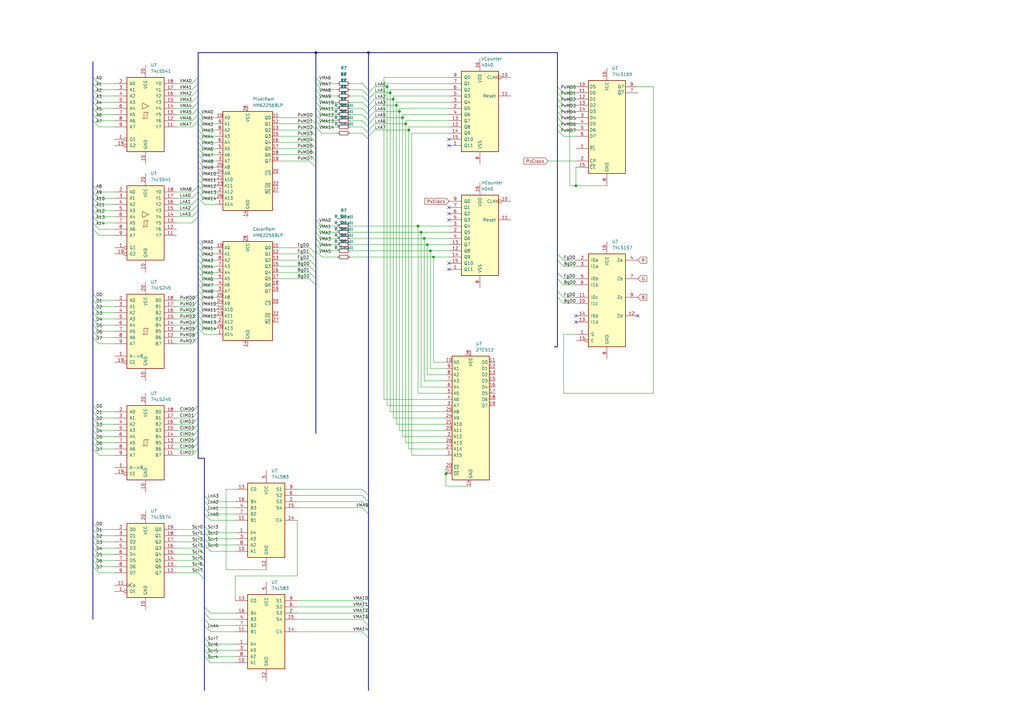
<source format=kicad_sch>
(kicad_sch (version 20211123) (generator eeschema)
  (paper "A3")
  (junction (at 176.53 102.87))
  (junction (at 236.22 76.2))
  (junction (at 166.37 50.8))
  (junction (at 129.54 21.59))
  (junction (at 182.88 194.31))
  (junction (at 165.1 48.26))
  (junction (at 171.45 92.71))
  (junction (at 172.72 95.25))
  (junction (at 158.75 35.56))
  (junction (at 160.02 38.1))
  (junction (at 167.64 53.34))
  (junction (at 151.13 21.59))
  (junction (at 163.83 45.72))
  (junction (at 173.99 97.79))
  (junction (at 175.26 100.33))
  (junction (at 161.29 40.64))
  (junction (at 177.8 105.41))
  (junction (at 162.56 43.18))
  (no_connect (at 184.15 85.09))
  (no_connect (at 184.15 87.63))
  (no_connect (at 184.15 107.95))
  (no_connect (at 184.15 59.69))
  (no_connect (at 184.15 90.17))
  (no_connect (at 236.22 132.08))
  (no_connect (at 261.62 129.54))
  (no_connect (at 236.22 129.54))
  (no_connect (at 184.15 57.15))
  (no_connect (at 184.15 110.49))
  (bus_entry (at 148.59 52.07) (size 2.54 2.54))
  (bus_entry (at 81.28 45.72) (size 2.54 2.54))
  (bus_entry (at 127 66.04) (size 2.54 2.54))
  (bus_entry (at 38.1 130.81) (size 2.54 2.54))
  (bus_entry (at 81.28 134.62) (size 2.54 2.54))
  (bus_entry (at 81.28 114.3) (size 2.54 2.54))
  (bus_entry (at 129.54 34.29) (size 2.54 2.54))
  (bus_entry (at 81.28 219.71) (size 2.54 2.54))
  (bus_entry (at 81.28 119.38) (size 2.54 2.54))
  (bus_entry (at 127 63.5) (size 2.54 2.54))
  (bus_entry (at 129.54 41.91) (size 2.54 2.54))
  (bus_entry (at 83.82 248.92) (size 2.54 2.54))
  (bus_entry (at 148.59 254) (size 2.54 2.54))
  (bus_entry (at 127 106.68) (size 2.54 2.54))
  (bus_entry (at 78.74 181.61) (size 2.54 -2.54))
  (bus_entry (at 129.54 95.25) (size 2.54 2.54))
  (bus_entry (at 81.28 224.79) (size 2.54 2.54))
  (bus_entry (at 81.28 232.41) (size 2.54 2.54))
  (bus_entry (at 228.6 114.3) (size 2.54 2.54))
  (bus_entry (at 148.59 41.91) (size 2.54 2.54))
  (bus_entry (at 38.1 176.53) (size 2.54 2.54))
  (bus_entry (at 151.13 53.34) (size 2.54 -2.54))
  (bus_entry (at 83.82 256.54) (size 2.54 2.54))
  (bus_entry (at 148.59 49.53) (size 2.54 2.54))
  (bus_entry (at 81.28 111.76) (size 2.54 2.54))
  (bus_entry (at 81.28 55.88) (size 2.54 2.54))
  (bus_entry (at 78.74 88.9) (size 2.54 -2.54))
  (bus_entry (at 148.59 46.99) (size 2.54 2.54))
  (bus_entry (at 228.6 119.38) (size 2.54 2.54))
  (bus_entry (at 81.28 50.8) (size 2.54 2.54))
  (bus_entry (at 38.1 171.45) (size 2.54 2.54))
  (bus_entry (at 81.28 106.68) (size 2.54 2.54))
  (bus_entry (at 151.13 45.72) (size 2.54 -2.54))
  (bus_entry (at 83.82 264.16) (size 2.54 2.54))
  (bus_entry (at 148.59 259.08) (size 2.54 2.54))
  (bus_entry (at 129.54 44.45) (size 2.54 2.54))
  (bus_entry (at 38.1 91.44) (size 2.54 2.54))
  (bus_entry (at 148.59 248.92) (size 2.54 2.54))
  (bus_entry (at 38.1 133.35) (size 2.54 2.54))
  (bus_entry (at 81.28 222.25) (size 2.54 2.54))
  (bus_entry (at 129.54 102.87) (size 2.54 2.54))
  (bus_entry (at 38.1 166.37) (size 2.54 2.54))
  (bus_entry (at 129.54 100.33) (size 2.54 2.54))
  (bus_entry (at 81.28 66.04) (size 2.54 2.54))
  (bus_entry (at 228.6 35.56) (size 2.54 2.54))
  (bus_entry (at 38.1 128.27) (size 2.54 2.54))
  (bus_entry (at 81.28 71.12) (size 2.54 2.54))
  (bus_entry (at 81.28 48.26) (size 2.54 2.54))
  (bus_entry (at 81.28 78.74) (size 2.54 2.54))
  (bus_entry (at 228.6 121.92) (size 2.54 2.54))
  (bus_entry (at 83.82 210.82) (size 2.54 2.54))
  (bus_entry (at 81.28 53.34) (size 2.54 2.54))
  (bus_entry (at 38.1 81.28) (size 2.54 2.54))
  (bus_entry (at 78.74 171.45) (size 2.54 -2.54))
  (bus_entry (at 151.13 40.64) (size 2.54 -2.54))
  (bus_entry (at 127 50.8) (size 2.54 2.54))
  (bus_entry (at 151.13 48.26) (size 2.54 -2.54))
  (bus_entry (at 38.1 46.99) (size 2.54 2.54))
  (bus_entry (at 83.82 218.44) (size 2.54 2.54))
  (bus_entry (at 127 60.96) (size 2.54 2.54))
  (bus_entry (at 228.6 53.34) (size 2.54 2.54))
  (bus_entry (at 83.82 266.7) (size 2.54 2.54))
  (bus_entry (at 228.6 48.26) (size 2.54 2.54))
  (bus_entry (at 78.74 179.07) (size 2.54 -2.54))
  (bus_entry (at 148.59 200.66) (size 2.54 2.54))
  (bus_entry (at 38.1 44.45) (size 2.54 2.54))
  (bus_entry (at 38.1 120.65) (size 2.54 2.54))
  (bus_entry (at 228.6 45.72) (size 2.54 2.54))
  (bus_entry (at 78.74 176.53) (size 2.54 -2.54))
  (bus_entry (at 127 58.42) (size 2.54 2.54))
  (bus_entry (at 129.54 92.71) (size 2.54 2.54))
  (bus_entry (at 38.1 34.29) (size 2.54 2.54))
  (bus_entry (at 228.6 43.18) (size 2.54 2.54))
  (bus_entry (at 228.6 111.76) (size 2.54 2.54))
  (bus_entry (at 38.1 219.71) (size 2.54 2.54))
  (bus_entry (at 148.59 251.46) (size 2.54 2.54))
  (bus_entry (at 38.1 31.75) (size 2.54 2.54))
  (bus_entry (at 38.1 224.79) (size 2.54 2.54))
  (bus_entry (at 38.1 88.9) (size 2.54 2.54))
  (bus_entry (at 81.28 81.28) (size 2.54 2.54))
  (bus_entry (at 38.1 217.17) (size 2.54 2.54))
  (bus_entry (at 78.74 41.91) (size 2.54 -2.54))
  (bus_entry (at 83.82 223.52) (size 2.54 2.54))
  (bus_entry (at 151.13 43.18) (size 2.54 -2.54))
  (bus_entry (at 38.1 125.73) (size 2.54 2.54))
  (bus_entry (at 38.1 173.99) (size 2.54 2.54))
  (bus_entry (at 127 48.26) (size 2.54 2.54))
  (bus_entry (at 151.13 55.88) (size 2.54 -2.54))
  (bus_entry (at 78.74 138.43) (size 2.54 -2.54))
  (bus_entry (at 38.1 138.43) (size 2.54 2.54))
  (bus_entry (at 38.1 229.87) (size 2.54 2.54))
  (bus_entry (at 38.1 135.89) (size 2.54 2.54))
  (bus_entry (at 129.54 97.79) (size 2.54 2.54))
  (bus_entry (at 228.6 104.14) (size 2.54 2.54))
  (bus_entry (at 78.74 91.44) (size 2.54 -2.54))
  (bus_entry (at 78.74 49.53) (size 2.54 -2.54))
  (bus_entry (at 148.59 36.83) (size 2.54 2.54))
  (bus_entry (at 81.28 229.87) (size 2.54 2.54))
  (bus_entry (at 81.28 109.22) (size 2.54 2.54))
  (bus_entry (at 148.59 39.37) (size 2.54 2.54))
  (bus_entry (at 81.28 127) (size 2.54 2.54))
  (bus_entry (at 78.74 184.15) (size 2.54 -2.54))
  (bus_entry (at 129.54 49.53) (size 2.54 2.54))
  (bus_entry (at 228.6 40.64) (size 2.54 2.54))
  (bus_entry (at 81.28 99.06) (size 2.54 2.54))
  (bus_entry (at 83.82 208.28) (size 2.54 2.54))
  (bus_entry (at 78.74 128.27) (size 2.54 -2.54))
  (bus_entry (at 38.1 222.25) (size 2.54 2.54))
  (bus_entry (at 151.13 50.8) (size 2.54 -2.54))
  (bus_entry (at 78.74 36.83) (size 2.54 -2.54))
  (bus_entry (at 83.82 261.62) (size 2.54 2.54))
  (bus_entry (at 78.74 125.73) (size 2.54 -2.54))
  (bus_entry (at 38.1 123.19) (size 2.54 2.54))
  (bus_entry (at 148.59 208.28) (size 2.54 2.54))
  (bus_entry (at 81.28 227.33) (size 2.54 2.54))
  (bus_entry (at 148.59 54.61) (size 2.54 2.54))
  (bus_entry (at 83.82 251.46) (size 2.54 2.54))
  (bus_entry (at 81.28 60.96) (size 2.54 2.54))
  (bus_entry (at 78.74 140.97) (size 2.54 -2.54))
  (bus_entry (at 38.1 78.74) (size 2.54 2.54))
  (bus_entry (at 78.74 39.37) (size 2.54 -2.54))
  (bus_entry (at 38.1 181.61) (size 2.54 2.54))
  (bus_entry (at 148.59 246.38) (size 2.54 2.54))
  (bus_entry (at 81.28 129.54) (size 2.54 2.54))
  (bus_entry (at 78.74 52.07) (size 2.54 -2.54))
  (bus_entry (at 38.1 179.07) (size 2.54 2.54))
  (bus_entry (at 78.74 34.29) (size 2.54 -2.54))
  (bus_entry (at 38.1 232.41) (size 2.54 2.54))
  (bus_entry (at 81.28 132.08) (size 2.54 2.54))
  (bus_entry (at 38.1 36.83) (size 2.54 2.54))
  (bus_entry (at 38.1 76.2) (size 2.54 2.54))
  (bus_entry (at 83.82 215.9) (size 2.54 2.54))
  (bus_entry (at 78.74 186.69) (size 2.54 -2.54))
  (bus_entry (at 81.28 63.5) (size 2.54 2.54))
  (bus_entry (at 148.59 34.29) (size 2.54 2.54))
  (bus_entry (at 38.1 39.37) (size 2.54 2.54))
  (bus_entry (at 129.54 36.83) (size 2.54 2.54))
  (bus_entry (at 127 109.22) (size 2.54 2.54))
  (bus_entry (at 127 55.88) (size 2.54 2.54))
  (bus_entry (at 81.28 217.17) (size 2.54 2.54))
  (bus_entry (at 129.54 31.75) (size 2.54 2.54))
  (bus_entry (at 78.74 133.35) (size 2.54 -2.54))
  (bus_entry (at 38.1 168.91) (size 2.54 2.54))
  (bus_entry (at 127 101.6) (size 2.54 2.54))
  (bus_entry (at 81.28 58.42) (size 2.54 2.54))
  (bus_entry (at 228.6 38.1) (size 2.54 2.54))
  (bus_entry (at 148.59 203.2) (size 2.54 2.54))
  (bus_entry (at 78.74 78.74) (size 2.54 -2.54))
  (bus_entry (at 81.28 68.58) (size 2.54 2.54))
  (bus_entry (at 129.54 90.17) (size 2.54 2.54))
  (bus_entry (at 81.28 73.66) (size 2.54 2.54))
  (bus_entry (at 78.74 46.99) (size 2.54 -2.54))
  (bus_entry (at 129.54 39.37) (size 2.54 2.54))
  (bus_entry (at 148.59 205.74) (size 2.54 2.54))
  (bus_entry (at 78.74 83.82) (size 2.54 -2.54))
  (bus_entry (at 81.28 104.14) (size 2.54 2.54))
  (bus_entry (at 81.28 121.92) (size 2.54 2.54))
  (bus_entry (at 228.6 50.8) (size 2.54 2.54))
  (bus_entry (at 38.1 86.36) (size 2.54 2.54))
  (bus_entry (at 38.1 184.15) (size 2.54 2.54))
  (bus_entry (at 81.28 116.84) (size 2.54 2.54))
  (bus_entry (at 83.82 220.98) (size 2.54 2.54))
  (bus_entry (at 148.59 44.45) (size 2.54 2.54))
  (bus_entry (at 38.1 83.82) (size 2.54 2.54))
  (bus_entry (at 78.74 135.89) (size 2.54 -2.54))
  (bus_entry (at 78.74 130.81) (size 2.54 -2.54))
  (bus_entry (at 127 53.34) (size 2.54 2.54))
  (bus_entry (at 38.1 49.53) (size 2.54 2.54))
  (bus_entry (at 129.54 46.99) (size 2.54 2.54))
  (bus_entry (at 83.82 254) (size 2.54 2.54))
  (bus_entry (at 129.54 52.07) (size 2.54 2.54))
  (bus_entry (at 81.28 76.2) (size 2.54 2.54))
  (bus_entry (at 78.74 173.99) (size 2.54 -2.54))
  (bus_entry (at 83.82 269.24) (size 2.54 2.54))
  (bus_entry (at 228.6 106.68) (size 2.54 2.54))
  (bus_entry (at 38.1 227.33) (size 2.54 2.54))
  (bus_entry (at 127 104.14) (size 2.54 2.54))
  (bus_entry (at 151.13 38.1) (size 2.54 -2.54))
  (bus_entry (at 81.28 234.95) (size 2.54 2.54))
  (bus_entry (at 78.74 86.36) (size 2.54 -2.54))
  (bus_entry (at 78.74 81.28) (size 2.54 -2.54))
  (bus_entry (at 81.28 101.6) (size 2.54 2.54))
  (bus_entry (at 78.74 44.45) (size 2.54 -2.54))
  (bus_entry (at 83.82 205.74) (size 2.54 2.54))
  (bus_entry (at 38.1 93.98) (size 2.54 2.54))
  (bus_entry (at 38.1 214.63) (size 2.54 2.54))
  (bus_entry (at 38.1 41.91) (size 2.54 2.54))
  (bus_entry (at 127 114.3) (size 2.54 2.54))
  (bus_entry (at 83.82 203.2) (size 2.54 2.54))
  (bus_entry (at 78.74 123.19) (size 2.54 -2.54))
  (bus_entry (at 78.74 168.91) (size 2.54 -2.54))
  (bus_entry (at 81.28 124.46) (size 2.54 2.54))
  (bus_entry (at 127 111.76) (size 2.54 2.54))
  (bus (pts (xy 38.1 171.45) (xy 38.1 173.99)))
  (wire (pts (xy 83.82 55.88) (xy 88.9 55.88)))
  (wire (pts (xy 96.52 200.66) (xy 92.71 200.66)))
  (bus (pts (xy 228.6 119.38) (xy 228.6 121.92)))
  (wire (pts (xy 72.39 232.41) (xy 81.28 232.41)))
  (bus (pts (xy 81.28 21.59) (xy 129.54 21.59)))
  (wire (pts (xy 40.64 96.52) (xy 46.99 96.52)))
  (wire (pts (xy 40.64 123.19) (xy 46.99 123.19)))
  (wire (pts (xy 72.39 34.29) (xy 78.74 34.29)))
  (bus (pts (xy 129.54 63.5) (xy 129.54 66.04)))
  (bus (pts (xy 81.28 130.81) (xy 81.28 129.54)))
  (wire (pts (xy 72.39 46.99) (xy 78.74 46.99)))
  (wire (pts (xy 143.51 95.25) (xy 172.72 95.25)))
  (bus (pts (xy 38.1 173.99) (xy 38.1 176.53)))
  (wire (pts (xy 157.48 31.75) (xy 157.48 163.83)))
  (wire (pts (xy 166.37 181.61) (xy 182.88 181.61)))
  (wire (pts (xy 160.02 36.83) (xy 184.15 36.83)))
  (bus (pts (xy 83.82 227.33) (xy 83.82 229.87)))
  (wire (pts (xy 72.39 83.82) (xy 78.74 83.82)))
  (bus (pts (xy 81.28 55.88) (xy 81.28 58.42)))
  (wire (pts (xy 132.08 41.91) (xy 138.43 41.91)))
  (bus (pts (xy 81.28 138.43) (xy 81.28 135.89)))
  (wire (pts (xy 143.51 92.71) (xy 171.45 92.71)))
  (bus (pts (xy 38.1 135.89) (xy 38.1 138.43)))
  (bus (pts (xy 81.28 68.58) (xy 81.28 66.04)))
  (wire (pts (xy 231.14 40.64) (xy 236.22 40.64)))
  (wire (pts (xy 160.02 168.91) (xy 182.88 168.91)))
  (wire (pts (xy 72.39 39.37) (xy 78.74 39.37)))
  (bus (pts (xy 151.13 39.37) (xy 151.13 40.64)))
  (bus (pts (xy 38.1 120.65) (xy 38.1 123.19)))
  (wire (pts (xy 163.83 44.45) (xy 184.15 44.45)))
  (wire (pts (xy 83.82 53.34) (xy 88.9 53.34)))
  (bus (pts (xy 129.54 34.29) (xy 129.54 36.83)))
  (wire (pts (xy 114.3 104.14) (xy 127 104.14)))
  (bus (pts (xy 151.13 49.53) (xy 151.13 50.8)))
  (wire (pts (xy 40.64 173.99) (xy 46.99 173.99)))
  (bus (pts (xy 81.28 88.9) (xy 81.28 99.06)))
  (wire (pts (xy 83.82 71.12) (xy 88.9 71.12)))
  (bus (pts (xy 81.28 21.59) (xy 81.28 31.75)))
  (bus (pts (xy 228.6 121.92) (xy 228.6 142.24)))
  (bus (pts (xy 81.28 81.28) (xy 81.28 78.74)))
  (bus (pts (xy 81.28 124.46) (xy 81.28 123.19)))
  (wire (pts (xy 40.64 227.33) (xy 46.99 227.33)))
  (bus (pts (xy 81.28 125.73) (xy 81.28 124.46)))
  (wire (pts (xy 40.64 176.53) (xy 46.99 176.53)))
  (bus (pts (xy 151.13 38.1) (xy 151.13 39.37)))
  (wire (pts (xy 182.88 194.31) (xy 182.88 191.77)))
  (bus (pts (xy 38.1 88.9) (xy 38.1 91.44)))
  (wire (pts (xy 83.82 109.22) (xy 88.9 109.22)))
  (wire (pts (xy 83.82 137.16) (xy 88.9 137.16)))
  (wire (pts (xy 86.36 218.44) (xy 96.52 218.44)))
  (wire (pts (xy 143.51 97.79) (xy 173.99 97.79)))
  (bus (pts (xy 83.82 264.16) (xy 83.82 266.7)))
  (bus (pts (xy 38.1 133.35) (xy 38.1 135.89)))
  (wire (pts (xy 166.37 49.53) (xy 184.15 49.53)))
  (wire (pts (xy 143.51 49.53) (xy 148.59 49.53)))
  (bus (pts (xy 151.13 54.61) (xy 151.13 55.88)))
  (bus (pts (xy 151.13 21.59) (xy 151.13 36.83)))
  (bus (pts (xy 38.1 44.45) (xy 38.1 46.99)))
  (bus (pts (xy 151.13 254) (xy 151.13 256.54)))
  (wire (pts (xy 236.22 35.56) (xy 233.68 35.56)))
  (wire (pts (xy 83.82 76.2) (xy 88.9 76.2)))
  (bus (pts (xy 129.54 58.42) (xy 129.54 60.96)))
  (bus (pts (xy 83.82 256.54) (xy 83.82 261.62)))
  (bus (pts (xy 81.28 71.12) (xy 81.28 68.58)))
  (wire (pts (xy 184.15 31.75) (xy 157.48 31.75)))
  (wire (pts (xy 72.39 234.95) (xy 81.28 234.95)))
  (bus (pts (xy 228.6 45.72) (xy 228.6 48.26)))
  (wire (pts (xy 72.39 88.9) (xy 78.74 88.9)))
  (wire (pts (xy 157.48 163.83) (xy 182.88 163.83)))
  (bus (pts (xy 129.54 90.17) (xy 129.54 92.71)))
  (wire (pts (xy 224.79 66.04) (xy 236.22 66.04)))
  (wire (pts (xy 160.02 38.1) (xy 160.02 168.91)))
  (bus (pts (xy 81.28 173.99) (xy 81.28 176.53)))
  (wire (pts (xy 143.51 102.87) (xy 176.53 102.87)))
  (wire (pts (xy 158.75 34.29) (xy 184.15 34.29)))
  (bus (pts (xy 81.28 45.72) (xy 81.28 44.45)))
  (bus (pts (xy 228.6 114.3) (xy 228.6 119.38)))
  (bus (pts (xy 151.13 36.83) (xy 151.13 38.1)))
  (bus (pts (xy 129.54 109.22) (xy 129.54 111.76)))
  (wire (pts (xy 173.99 156.21) (xy 182.88 156.21)))
  (wire (pts (xy 132.08 102.87) (xy 138.43 102.87)))
  (bus (pts (xy 129.54 52.07) (xy 129.54 53.34)))
  (bus (pts (xy 151.13 57.15) (xy 151.13 203.2)))
  (wire (pts (xy 114.3 55.88) (xy 127 55.88)))
  (bus (pts (xy 38.1 130.81) (xy 38.1 133.35)))
  (wire (pts (xy 143.51 39.37) (xy 148.59 39.37)))
  (wire (pts (xy 168.91 54.61) (xy 168.91 186.69)))
  (wire (pts (xy 72.39 181.61) (xy 78.74 181.61)))
  (wire (pts (xy 121.92 203.2) (xy 148.59 203.2)))
  (wire (pts (xy 173.99 97.79) (xy 184.15 97.79)))
  (wire (pts (xy 86.36 264.16) (xy 96.52 264.16)))
  (wire (pts (xy 83.82 111.76) (xy 88.9 111.76)))
  (wire (pts (xy 40.64 229.87) (xy 46.99 229.87)))
  (wire (pts (xy 132.08 39.37) (xy 138.43 39.37)))
  (bus (pts (xy 38.1 25.4) (xy 38.1 31.75)))
  (wire (pts (xy 72.39 123.19) (xy 78.74 123.19)))
  (bus (pts (xy 129.54 55.88) (xy 129.54 58.42)))
  (wire (pts (xy 40.64 168.91) (xy 46.99 168.91)))
  (wire (pts (xy 231.14 53.34) (xy 236.22 53.34)))
  (wire (pts (xy 166.37 50.8) (xy 166.37 181.61)))
  (bus (pts (xy 228.6 111.76) (xy 228.6 114.3)))
  (wire (pts (xy 40.64 44.45) (xy 46.99 44.45)))
  (wire (pts (xy 236.22 76.2) (xy 236.22 68.58)))
  (wire (pts (xy 172.72 158.75) (xy 182.88 158.75)))
  (bus (pts (xy 38.1 31.75) (xy 38.1 34.29)))
  (wire (pts (xy 168.91 54.61) (xy 184.15 54.61)))
  (wire (pts (xy 83.82 68.58) (xy 88.9 68.58)))
  (wire (pts (xy 175.26 153.67) (xy 182.88 153.67)))
  (bus (pts (xy 81.28 116.84) (xy 81.28 119.38)))
  (bus (pts (xy 151.13 43.18) (xy 151.13 44.45)))
  (bus (pts (xy 129.54 104.14) (xy 129.54 106.68)))
  (wire (pts (xy 167.64 184.15) (xy 182.88 184.15)))
  (bus (pts (xy 228.6 21.59) (xy 228.6 35.56)))
  (bus (pts (xy 81.28 127) (xy 81.28 125.73)))
  (wire (pts (xy 121.92 251.46) (xy 148.59 251.46)))
  (bus (pts (xy 38.1 93.98) (xy 38.1 120.65)))
  (bus (pts (xy 228.6 43.18) (xy 228.6 45.72)))
  (wire (pts (xy 173.99 97.79) (xy 173.99 156.21)))
  (wire (pts (xy 143.51 105.41) (xy 177.8 105.41)))
  (wire (pts (xy 83.82 127) (xy 88.9 127)))
  (bus (pts (xy 81.28 123.19) (xy 81.28 121.92)))
  (bus (pts (xy 83.82 229.87) (xy 83.82 232.41)))
  (bus (pts (xy 228.6 40.64) (xy 228.6 43.18)))
  (wire (pts (xy 267.97 161.29) (xy 267.97 35.56)))
  (bus (pts (xy 83.82 234.95) (xy 83.82 237.49)))
  (wire (pts (xy 158.75 166.37) (xy 182.88 166.37)))
  (wire (pts (xy 72.39 171.45) (xy 78.74 171.45)))
  (wire (pts (xy 153.67 53.34) (xy 167.64 53.34)))
  (wire (pts (xy 231.14 48.26) (xy 236.22 48.26)))
  (wire (pts (xy 40.64 36.83) (xy 46.99 36.83)))
  (wire (pts (xy 161.29 171.45) (xy 182.88 171.45)))
  (wire (pts (xy 176.53 102.87) (xy 184.15 102.87)))
  (wire (pts (xy 177.8 105.41) (xy 184.15 105.41)))
  (wire (pts (xy 165.1 179.07) (xy 182.88 179.07)))
  (bus (pts (xy 38.1 168.91) (xy 38.1 171.45)))
  (wire (pts (xy 72.39 52.07) (xy 78.74 52.07)))
  (wire (pts (xy 160.02 38.1) (xy 160.02 36.83)))
  (wire (pts (xy 72.39 138.43) (xy 78.74 138.43)))
  (bus (pts (xy 81.28 86.36) (xy 81.28 83.82)))
  (wire (pts (xy 83.82 50.8) (xy 88.9 50.8)))
  (wire (pts (xy 153.67 50.8) (xy 166.37 50.8)))
  (bus (pts (xy 151.13 50.8) (xy 151.13 52.07)))
  (bus (pts (xy 83.82 269.24) (xy 83.82 283.21)))
  (wire (pts (xy 72.39 36.83) (xy 78.74 36.83)))
  (wire (pts (xy 231.14 124.46) (xy 236.22 124.46)))
  (bus (pts (xy 81.28 179.07) (xy 81.28 181.61)))
  (wire (pts (xy 121.92 200.66) (xy 148.59 200.66)))
  (bus (pts (xy 83.82 205.74) (xy 83.82 208.28)))
  (wire (pts (xy 83.82 121.92) (xy 88.9 121.92)))
  (bus (pts (xy 38.1 214.63) (xy 38.1 217.17)))
  (wire (pts (xy 72.39 44.45) (xy 78.74 44.45)))
  (wire (pts (xy 231.14 109.22) (xy 236.22 109.22)))
  (wire (pts (xy 167.64 53.34) (xy 167.64 184.15)))
  (wire (pts (xy 233.68 76.2) (xy 236.22 76.2)))
  (wire (pts (xy 72.39 86.36) (xy 78.74 86.36)))
  (bus (pts (xy 151.13 44.45) (xy 151.13 45.72)))
  (bus (pts (xy 129.54 46.99) (xy 129.54 49.53)))
  (wire (pts (xy 40.64 133.35) (xy 46.99 133.35)))
  (wire (pts (xy 86.36 259.08) (xy 96.52 259.08)))
  (bus (pts (xy 81.28 63.5) (xy 81.28 66.04)))
  (bus (pts (xy 81.28 53.34) (xy 81.28 55.88)))
  (bus (pts (xy 129.54 116.84) (xy 129.54 177.8)))
  (bus (pts (xy 81.28 88.9) (xy 81.28 86.36)))
  (bus (pts (xy 83.82 223.52) (xy 83.82 224.79)))
  (wire (pts (xy 86.36 220.98) (xy 96.52 220.98)))
  (wire (pts (xy 72.39 186.69) (xy 78.74 186.69)))
  (wire (pts (xy 121.92 205.74) (xy 148.59 205.74)))
  (wire (pts (xy 143.51 54.61) (xy 148.59 54.61)))
  (wire (pts (xy 121.92 213.36) (xy 121.92 236.22)))
  (bus (pts (xy 151.13 48.26) (xy 151.13 49.53)))
  (wire (pts (xy 167.64 52.07) (xy 167.64 53.34)))
  (wire (pts (xy 83.82 73.66) (xy 88.9 73.66)))
  (wire (pts (xy 193.04 199.39) (xy 182.88 199.39)))
  (wire (pts (xy 114.3 111.76) (xy 127 111.76)))
  (bus (pts (xy 38.1 229.87) (xy 38.1 232.41)))
  (bus (pts (xy 129.54 44.45) (xy 129.54 46.99)))
  (wire (pts (xy 153.67 40.64) (xy 161.29 40.64)))
  (wire (pts (xy 72.39 217.17) (xy 81.28 217.17)))
  (wire (pts (xy 158.75 34.29) (xy 158.75 35.56)))
  (bus (pts (xy 129.54 21.59) (xy 129.54 31.75)))
  (bus (pts (xy 83.82 254) (xy 83.82 256.54)))
  (wire (pts (xy 175.26 100.33) (xy 184.15 100.33)))
  (bus (pts (xy 151.13 210.82) (xy 151.13 248.92)))
  (bus (pts (xy 81.28 168.91) (xy 81.28 171.45)))
  (bus (pts (xy 129.54 106.68) (xy 129.54 109.22)))
  (wire (pts (xy 40.64 46.99) (xy 46.99 46.99)))
  (wire (pts (xy 132.08 54.61) (xy 138.43 54.61)))
  (wire (pts (xy 83.82 119.38) (xy 88.9 119.38)))
  (wire (pts (xy 177.8 148.59) (xy 182.88 148.59)))
  (wire (pts (xy 72.39 222.25) (xy 81.28 222.25)))
  (wire (pts (xy 72.39 140.97) (xy 78.74 140.97)))
  (bus (pts (xy 83.82 219.71) (xy 83.82 220.98)))
  (wire (pts (xy 231.14 116.84) (xy 236.22 116.84)))
  (wire (pts (xy 72.39 168.91) (xy 78.74 168.91)))
  (bus (pts (xy 81.28 181.61) (xy 81.28 184.15)))
  (bus (pts (xy 38.1 184.15) (xy 38.1 214.63)))
  (bus (pts (xy 81.28 114.3) (xy 81.28 116.84)))
  (bus (pts (xy 227.33 142.24) (xy 228.6 142.24)))
  (wire (pts (xy 72.39 41.91) (xy 78.74 41.91)))
  (bus (pts (xy 38.1 91.44) (xy 38.1 93.98)))
  (bus (pts (xy 83.82 232.41) (xy 83.82 234.95)))
  (bus (pts (xy 81.28 49.53) (xy 81.28 50.8)))
  (wire (pts (xy 114.3 53.34) (xy 127 53.34)))
  (wire (pts (xy 40.64 88.9) (xy 46.99 88.9)))
  (wire (pts (xy 231.14 121.92) (xy 236.22 121.92)))
  (bus (pts (xy 151.13 55.88) (xy 151.13 57.15)))
  (wire (pts (xy 83.82 58.42) (xy 88.9 58.42)))
  (wire (pts (xy 40.64 93.98) (xy 46.99 93.98)))
  (bus (pts (xy 151.13 46.99) (xy 151.13 48.26)))
  (bus (pts (xy 81.28 99.06) (xy 81.28 101.6)))
  (bus (pts (xy 228.6 48.26) (xy 228.6 50.8)))
  (wire (pts (xy 72.39 135.89) (xy 78.74 135.89)))
  (bus (pts (xy 228.6 106.68) (xy 228.6 111.76)))
  (wire (pts (xy 182.88 199.39) (xy 182.88 194.31)))
  (wire (pts (xy 83.82 129.54) (xy 88.9 129.54)))
  (wire (pts (xy 236.22 137.16) (xy 231.14 137.16)))
  (wire (pts (xy 162.56 173.99) (xy 182.88 173.99)))
  (wire (pts (xy 40.64 125.73) (xy 46.99 125.73)))
  (bus (pts (xy 228.6 53.34) (xy 228.6 104.14)))
  (wire (pts (xy 165.1 48.26) (xy 165.1 179.07)))
  (wire (pts (xy 231.14 161.29) (xy 267.97 161.29)))
  (wire (pts (xy 231.14 137.16) (xy 231.14 161.29)))
  (bus (pts (xy 38.1 224.79) (xy 38.1 227.33)))
  (bus (pts (xy 151.13 45.72) (xy 151.13 46.99)))
  (wire (pts (xy 161.29 39.37) (xy 161.29 40.64)))
  (wire (pts (xy 86.36 210.82) (xy 96.52 210.82)))
  (bus (pts (xy 83.82 224.79) (xy 83.82 227.33)))
  (wire (pts (xy 86.36 208.28) (xy 96.52 208.28)))
  (bus (pts (xy 129.54 95.25) (xy 129.54 97.79)))
  (bus (pts (xy 81.28 104.14) (xy 81.28 106.68)))
  (bus (pts (xy 129.54 31.75) (xy 129.54 34.29)))
  (wire (pts (xy 132.08 49.53) (xy 138.43 49.53)))
  (wire (pts (xy 114.3 58.42) (xy 127 58.42)))
  (bus (pts (xy 81.28 166.37) (xy 81.28 168.91)))
  (wire (pts (xy 161.29 40.64) (xy 161.29 171.45)))
  (wire (pts (xy 165.1 46.99) (xy 184.15 46.99)))
  (wire (pts (xy 72.39 224.79) (xy 81.28 224.79)))
  (bus (pts (xy 129.54 49.53) (xy 129.54 50.8)))
  (bus (pts (xy 129.54 41.91) (xy 129.54 44.45)))
  (wire (pts (xy 40.64 217.17) (xy 46.99 217.17)))
  (wire (pts (xy 83.82 63.5) (xy 88.9 63.5)))
  (wire (pts (xy 83.82 101.6) (xy 88.9 101.6)))
  (wire (pts (xy 40.64 128.27) (xy 46.99 128.27)))
  (wire (pts (xy 40.64 86.36) (xy 46.99 86.36)))
  (wire (pts (xy 72.39 229.87) (xy 81.28 229.87)))
  (wire (pts (xy 153.67 45.72) (xy 163.83 45.72)))
  (bus (pts (xy 38.1 41.91) (xy 38.1 44.45)))
  (wire (pts (xy 114.3 109.22) (xy 127 109.22)))
  (wire (pts (xy 231.14 50.8) (xy 236.22 50.8)))
  (wire (pts (xy 231.14 114.3) (xy 236.22 114.3)))
  (bus (pts (xy 83.82 222.25) (xy 83.82 223.52)))
  (wire (pts (xy 40.64 232.41) (xy 46.99 232.41)))
  (wire (pts (xy 132.08 52.07) (xy 138.43 52.07)))
  (wire (pts (xy 166.37 49.53) (xy 166.37 50.8)))
  (wire (pts (xy 92.71 233.68) (xy 109.22 233.68)))
  (wire (pts (xy 40.64 234.95) (xy 46.99 234.95)))
  (wire (pts (xy 132.08 95.25) (xy 138.43 95.25)))
  (wire (pts (xy 132.08 92.71) (xy 138.43 92.71)))
  (wire (pts (xy 72.39 176.53) (xy 78.74 176.53)))
  (wire (pts (xy 231.14 55.88) (xy 236.22 55.88)))
  (wire (pts (xy 96.52 236.22) (xy 96.52 246.38)))
  (bus (pts (xy 151.13 21.59) (xy 228.6 21.59)))
  (wire (pts (xy 40.64 41.91) (xy 46.99 41.91)))
  (bus (pts (xy 151.13 251.46) (xy 151.13 254)))
  (wire (pts (xy 114.3 63.5) (xy 127 63.5)))
  (bus (pts (xy 83.82 261.62) (xy 83.82 264.16)))
  (wire (pts (xy 40.64 81.28) (xy 46.99 81.28)))
  (wire (pts (xy 121.92 254) (xy 148.59 254)))
  (bus (pts (xy 38.1 34.29) (xy 38.1 36.83)))
  (wire (pts (xy 132.08 44.45) (xy 138.43 44.45)))
  (bus (pts (xy 38.1 181.61) (xy 38.1 184.15)))
  (bus (pts (xy 38.1 86.36) (xy 38.1 88.9)))
  (wire (pts (xy 114.3 114.3) (xy 127 114.3)))
  (bus (pts (xy 81.28 132.08) (xy 81.28 130.81)))
  (bus (pts (xy 81.28 46.99) (xy 81.28 45.72)))
  (wire (pts (xy 114.3 50.8) (xy 127 50.8)))
  (wire (pts (xy 165.1 48.26) (xy 165.1 46.99)))
  (bus (pts (xy 151.13 40.64) (xy 151.13 41.91)))
  (bus (pts (xy 38.1 176.53) (xy 38.1 179.07)))
  (bus (pts (xy 151.13 52.07) (xy 151.13 53.34)))
  (bus (pts (xy 83.82 266.7) (xy 83.82 269.24)))
  (bus (pts (xy 81.28 83.82) (xy 81.28 81.28)))
  (bus (pts (xy 151.13 208.28) (xy 151.13 210.82)))
  (bus (pts (xy 151.13 53.34) (xy 151.13 54.61)))
  (wire (pts (xy 132.08 34.29) (xy 138.43 34.29)))
  (wire (pts (xy 83.82 104.14) (xy 88.9 104.14)))
  (wire (pts (xy 114.3 106.68) (xy 127 106.68)))
  (wire (pts (xy 163.83 44.45) (xy 163.83 45.72)))
  (wire (pts (xy 40.64 39.37) (xy 46.99 39.37)))
  (wire (pts (xy 40.64 91.44) (xy 46.99 91.44)))
  (wire (pts (xy 121.92 259.08) (xy 148.59 259.08)))
  (wire (pts (xy 177.8 105.41) (xy 177.8 148.59)))
  (wire (pts (xy 40.64 184.15) (xy 46.99 184.15)))
  (bus (pts (xy 38.1 49.53) (xy 38.1 76.2)))
  (bus (pts (xy 151.13 205.74) (xy 151.13 208.28)))
  (bus (pts (xy 81.28 44.45) (xy 81.28 41.91)))
  (bus (pts (xy 81.28 39.37) (xy 81.28 36.83)))
  (bus (pts (xy 81.28 135.89) (xy 81.28 134.62)))
  (wire (pts (xy 171.45 92.71) (xy 184.15 92.71)))
  (wire (pts (xy 72.39 49.53) (xy 78.74 49.53)))
  (wire (pts (xy 162.56 43.18) (xy 162.56 173.99)))
  (bus (pts (xy 83.82 248.92) (xy 83.82 251.46)))
  (bus (pts (xy 38.1 222.25) (xy 38.1 224.79)))
  (bus (pts (xy 38.1 138.43) (xy 38.1 166.37)))
  (wire (pts (xy 132.08 100.33) (xy 138.43 100.33)))
  (bus (pts (xy 129.54 50.8) (xy 129.54 52.07)))
  (bus (pts (xy 81.28 176.53) (xy 81.28 179.07)))
  (bus (pts (xy 81.28 50.8) (xy 81.28 53.34)))
  (wire (pts (xy 40.64 130.81) (xy 46.99 130.81)))
  (bus (pts (xy 81.28 60.96) (xy 81.28 63.5)))
  (bus (pts (xy 129.54 97.79) (xy 129.54 100.33)))
  (wire (pts (xy 40.64 78.74) (xy 46.99 78.74)))
  (bus (pts (xy 38.1 78.74) (xy 38.1 81.28)))
  (bus (pts (xy 83.82 251.46) (xy 83.82 254)))
  (bus (pts (xy 81.28 106.68) (xy 81.28 109.22)))
  (wire (pts (xy 231.14 45.72) (xy 236.22 45.72)))
  (bus (pts (xy 81.28 133.35) (xy 81.28 132.08)))
  (bus (pts (xy 129.54 39.37) (xy 129.54 41.91)))
  (bus (pts (xy 38.1 83.82) (xy 38.1 86.36)))
  (wire (pts (xy 114.3 60.96) (xy 127 60.96)))
  (wire (pts (xy 40.64 83.82) (xy 46.99 83.82)))
  (wire (pts (xy 121.92 246.38) (xy 148.59 246.38)))
  (bus (pts (xy 81.28 171.45) (xy 81.28 173.99)))
  (wire (pts (xy 72.39 179.07) (xy 78.74 179.07)))
  (wire (pts (xy 163.83 176.53) (xy 182.88 176.53)))
  (bus (pts (xy 228.6 50.8) (xy 228.6 53.34)))
  (wire (pts (xy 86.36 213.36) (xy 96.52 213.36)))
  (bus (pts (xy 129.54 102.87) (xy 129.54 104.14)))
  (wire (pts (xy 143.51 52.07) (xy 148.59 52.07)))
  (wire (pts (xy 167.64 52.07) (xy 184.15 52.07)))
  (bus (pts (xy 81.28 48.26) (xy 81.28 46.99)))
  (bus (pts (xy 38.1 219.71) (xy 38.1 222.25)))
  (wire (pts (xy 40.64 224.79) (xy 46.99 224.79)))
  (bus (pts (xy 81.28 184.15) (xy 81.28 187.96)))
  (bus (pts (xy 81.28 73.66) (xy 81.28 71.12)))
  (bus (pts (xy 83.82 237.49) (xy 83.82 248.92)))
  (wire (pts (xy 172.72 95.25) (xy 184.15 95.25)))
  (wire (pts (xy 40.64 179.07) (xy 46.99 179.07)))
  (bus (pts (xy 81.28 134.62) (xy 81.28 133.35)))
  (wire (pts (xy 83.82 48.26) (xy 88.9 48.26)))
  (wire (pts (xy 86.36 251.46) (xy 96.52 251.46)))
  (wire (pts (xy 114.3 101.6) (xy 127 101.6)))
  (bus (pts (xy 38.1 128.27) (xy 38.1 130.81)))
  (wire (pts (xy 72.39 227.33) (xy 81.28 227.33)))
  (bus (pts (xy 129.54 60.96) (xy 129.54 63.5)))
  (wire (pts (xy 72.39 91.44) (xy 78.74 91.44)))
  (bus (pts (xy 38.1 232.41) (xy 38.1 254)))
  (wire (pts (xy 83.82 114.3) (xy 88.9 114.3)))
  (wire (pts (xy 72.39 125.73) (xy 78.74 125.73)))
  (wire (pts (xy 40.64 219.71) (xy 46.99 219.71)))
  (wire (pts (xy 172.72 95.25) (xy 172.72 158.75)))
  (wire (pts (xy 86.36 223.52) (xy 96.52 223.52)))
  (wire (pts (xy 231.14 43.18) (xy 236.22 43.18)))
  (wire (pts (xy 233.68 35.56) (xy 233.68 76.2)))
  (wire (pts (xy 162.56 41.91) (xy 162.56 43.18)))
  (bus (pts (xy 129.54 68.58) (xy 129.54 90.17)))
  (wire (pts (xy 72.39 133.35) (xy 78.74 133.35)))
  (wire (pts (xy 86.36 269.24) (xy 96.52 269.24)))
  (bus (pts (xy 81.28 34.29) (xy 81.28 31.75)))
  (wire (pts (xy 86.36 226.06) (xy 96.52 226.06)))
  (wire (pts (xy 231.14 38.1) (xy 236.22 38.1)))
  (wire (pts (xy 72.39 219.71) (xy 81.28 219.71)))
  (wire (pts (xy 162.56 41.91) (xy 184.15 41.91)))
  (bus (pts (xy 38.1 81.28) (xy 38.1 83.82)))
  (bus (pts (xy 129.54 114.3) (xy 129.54 116.84)))
  (bus (pts (xy 151.13 41.91) (xy 151.13 43.18)))
  (wire (pts (xy 153.67 38.1) (xy 160.02 38.1)))
  (bus (pts (xy 129.54 111.76) (xy 129.54 114.3)))
  (wire (pts (xy 83.82 116.84) (xy 88.9 116.84)))
  (bus (pts (xy 81.28 109.22) (xy 81.28 111.76)))
  (wire (pts (xy 72.39 128.27) (xy 78.74 128.27)))
  (wire (pts (xy 168.91 186.69) (xy 182.88 186.69)))
  (bus (pts (xy 228.6 104.14) (xy 228.6 106.68)))
  (wire (pts (xy 132.08 105.41) (xy 138.43 105.41)))
  (bus (pts (xy 81.28 129.54) (xy 81.28 128.27)))
  (bus (pts (xy 38.1 217.17) (xy 38.1 219.71)))
  (bus (pts (xy 151.13 203.2) (xy 151.13 205.74)))
  (wire (pts (xy 83.82 124.46) (xy 88.9 124.46)))
  (bus (pts (xy 81.28 138.43) (xy 81.28 166.37)))
  (wire (pts (xy 121.92 248.92) (xy 148.59 248.92)))
  (wire (pts (xy 40.64 49.53) (xy 46.99 49.53)))
  (wire (pts (xy 92.71 200.66) (xy 92.71 233.68)))
  (wire (pts (xy 158.75 35.56) (xy 158.75 166.37)))
  (bus (pts (xy 38.1 36.83) (xy 38.1 39.37)))
  (wire (pts (xy 83.82 60.96) (xy 88.9 60.96)))
  (bus (pts (xy 81.28 128.27) (xy 81.28 127)))
  (wire (pts (xy 86.36 254) (xy 96.52 254)))
  (wire (pts (xy 83.82 83.82) (xy 88.9 83.82)))
  (wire (pts (xy 236.22 76.2) (xy 248.92 76.2)))
  (bus (pts (xy 129.54 36.83) (xy 129.54 39.37)))
  (wire (pts (xy 72.39 184.15) (xy 78.74 184.15)))
  (bus (pts (xy 83.82 210.82) (xy 83.82 215.9)))
  (wire (pts (xy 40.64 186.69) (xy 46.99 186.69)))
  (wire (pts (xy 163.83 45.72) (xy 163.83 176.53)))
  (bus (pts (xy 151.13 256.54) (xy 151.13 261.62)))
  (wire (pts (xy 40.64 34.29) (xy 46.99 34.29)))
  (wire (pts (xy 176.53 102.87) (xy 176.53 151.13)))
  (bus (pts (xy 38.1 166.37) (xy 38.1 168.91)))
  (wire (pts (xy 72.39 130.81) (xy 78.74 130.81)))
  (bus (pts (xy 38.1 179.07) (xy 38.1 181.61)))
  (wire (pts (xy 175.26 100.33) (xy 175.26 153.67)))
  (wire (pts (xy 72.39 173.99) (xy 78.74 173.99)))
  (wire (pts (xy 86.36 256.54) (xy 96.52 256.54)))
  (wire (pts (xy 40.64 181.61) (xy 46.99 181.61)))
  (bus (pts (xy 83.82 187.96) (xy 81.28 187.96)))
  (bus (pts (xy 81.28 101.6) (xy 81.28 104.14)))
  (wire (pts (xy 132.08 46.99) (xy 138.43 46.99)))
  (wire (pts (xy 153.67 43.18) (xy 162.56 43.18)))
  (wire (pts (xy 171.45 161.29) (xy 171.45 92.71)))
  (bus (pts (xy 228.6 35.56) (xy 228.6 38.1)))
  (wire (pts (xy 132.08 36.83) (xy 138.43 36.83)))
  (bus (pts (xy 129.54 66.04) (xy 129.54 68.58)))
  (wire (pts (xy 153.67 35.56) (xy 158.75 35.56)))
  (bus (pts (xy 38.1 125.73) (xy 38.1 128.27)))
  (bus (pts (xy 151.13 248.92) (xy 151.13 251.46)))
  (wire (pts (xy 86.36 205.74) (xy 96.52 205.74)))
  (wire (pts (xy 143.51 46.99) (xy 148.59 46.99)))
  (wire (pts (xy 86.36 271.78) (xy 96.52 271.78)))
  (bus (pts (xy 83.82 203.2) (xy 83.82 205.74)))
  (bus (pts (xy 83.82 187.96) (xy 83.82 203.2)))
  (bus (pts (xy 83.82 208.28) (xy 83.82 210.82)))
  (bus (pts (xy 129.54 53.34) (xy 129.54 55.88)))
  (wire (pts (xy 121.92 236.22) (xy 96.52 236.22)))
  (wire (pts (xy 83.82 81.28) (xy 88.9 81.28)))
  (wire (pts (xy 72.39 81.28) (xy 78.74 81.28)))
  (bus (pts (xy 81.28 120.65) (xy 81.28 119.38)))
  (wire (pts (xy 40.64 52.07) (xy 46.99 52.07)))
  (bus (pts (xy 81.28 48.26) (xy 81.28 49.53)))
  (bus (pts (xy 81.28 111.76) (xy 81.28 114.3)))
  (wire (pts (xy 267.97 35.56) (xy 261.62 35.56)))
  (wire (pts (xy 143.51 36.83) (xy 148.59 36.83)))
  (bus (pts (xy 38.1 76.2) (xy 38.1 78.74)))
  (wire (pts (xy 143.51 100.33) (xy 175.26 100.33)))
  (bus (pts (xy 38.1 227.33) (xy 38.1 229.87)))
  (bus (pts (xy 38.1 39.37) (xy 38.1 41.91)))
  (wire (pts (xy 83.82 132.08) (xy 88.9 132.08)))
  (bus (pts (xy 81.28 58.42) (xy 81.28 60.96)))
  (wire (pts (xy 83.82 106.68) (xy 88.9 106.68)))
  (wire (pts (xy 40.64 140.97) (xy 46.99 140.97)))
  (wire (pts (xy 40.64 138.43) (xy 46.99 138.43)))
  (wire (pts (xy 161.29 39.37) (xy 184.15 39.37)))
  (wire (pts (xy 143.51 34.29) (xy 148.59 34.29)))
  (wire (pts (xy 153.67 48.26) (xy 165.1 48.26)))
  (wire (pts (xy 40.64 171.45) (xy 46.99 171.45)))
  (bus (pts (xy 83.82 218.44) (xy 83.82 219.71)))
  (wire (pts (xy 40.64 222.25) (xy 46.99 222.25)))
  (wire (pts (xy 40.64 135.89) (xy 46.99 135.89)))
  (bus (pts (xy 81.28 36.83) (xy 81.28 34.29)))
  (bus (pts (xy 129.54 92.71) (xy 129.54 95.25)))
  (wire (pts (xy 121.92 208.28) (xy 148.59 208.28)))
  (wire (pts (xy 83.82 134.62) (xy 88.9 134.62)))
  (wire (pts (xy 83.82 66.04) (xy 88.9 66.04)))
  (wire (pts (xy 72.39 78.74) (xy 78.74 78.74)))
  (wire (pts (xy 176.53 151.13) (xy 182.88 151.13)))
  (bus (pts (xy 129.54 100.33) (xy 129.54 102.87)))
  (bus (pts (xy 129.54 21.59) (xy 151.13 21.59)))
  (wire (pts (xy 114.3 48.26) (xy 127 48.26)))
  (bus (pts (xy 228.6 38.1) (xy 228.6 40.64)))
  (wire (pts (xy 114.3 66.04) (xy 127 66.04)))
  (wire (pts (xy 231.14 106.68) (xy 236.22 106.68)))
  (bus (pts (xy 38.1 46.99) (xy 38.1 49.53)))
  (wire (pts (xy 132.08 97.79) (xy 138.43 97.79)))
  (bus (pts (xy 151.13 261.62) (xy 151.13 283.21)))
  (bus (pts (xy 83.82 215.9) (xy 83.82 218.44)))
  (wire (pts (xy 83.82 78.74) (xy 88.9 78.74)))
  (wire (pts (xy 86.36 266.7) (xy 96.52 266.7)))
  (bus (pts (xy 81.28 121.92) (xy 81.28 120.65)))
  (bus (pts (xy 38.1 123.19) (xy 38.1 125.73)))
  (bus (pts (xy 83.82 220.98) (xy 83.82 222.25)))
  (wire (pts (xy 143.51 44.45) (xy 148.59 44.45)))
  (wire (pts (xy 171.45 161.29) (xy 182.88 161.29)))
  (bus (pts (xy 81.28 78.74) (xy 81.28 76.2)))
  (bus (pts (xy 81.28 41.91) (xy 81.28 39.37)))
  (bus (pts (xy 81.28 76.2) (xy 81.28 73.66)))
  (wire (pts (xy 143.51 41.91) (xy 148.59 41.91)))
  (label "PxMD4" (at 73.66 133.35 0))
  (label "VMA6" (at 82.55 62.23 0))
  (label "D3" (at 39.37 175.26 0))
  (label "VMA4" (at 73.66 44.45 0))
  (label "Scr7" (at 85.09 262.89 0))
  (label "LnA6" (at 153.67 50.8 0))
  (label "D5" (at 39.37 180.34 0))
  (label "A4" (at 39.37 43.18 0))
  (label "LnA2" (at 73.66 86.36 0))
  (label "VMA8" (at 73.66 78.74 0))
  (label "A6" (at 39.37 48.26 0))
  (label "PxMD5" (at 121.92 60.96 0))
  (label "VMA11" (at 130.81 45.72 0))
  (label "VMA1" (at 130.81 93.98 0))
  (label "PxMD0" (at 73.66 123.19 0))
  (label "VMA8" (at 82.55 67.31 0))
  (label "VMA5" (at 73.66 46.99 0))
  (label "PxMD1" (at 121.92 50.8 0))
  (label "Scr3" (at 78.74 224.79 0))
  (label "Scr4" (at 78.74 227.33 0))
  (label "VMA0" (at 73.66 34.29 0))
  (label "LnA4" (at 85.09 257.81 0))
  (label "VMA12" (at 144.78 251.46 0))
  (label "Scr0" (at 85.09 224.79 0))
  (label "FgD0" (at 121.92 101.6 0))
  (label "LnA0" (at 73.66 81.28 0))
  (label "VMA12" (at 82.55 77.47 0))
  (label "ClMD6" (at 73.66 184.15 0))
  (label "D2" (at 39.37 220.98 0))
  (label "LnA3" (at 85.09 204.47 0))
  (label "Scr3" (at 85.09 217.17 0))
  (label "VMA1" (at 73.66 36.83 0))
  (label "Scr1" (at 78.74 219.71 0))
  (label "PxMD0" (at 229.87 36.83 0))
  (label "VMA1" (at 82.55 49.53 0))
  (label "D6" (at 39.37 231.14 0))
  (label "D3" (at 39.37 223.52 0))
  (label "ClMD5" (at 73.66 181.61 0))
  (label "VMA14" (at 130.81 53.34 0))
  (label "VMA10" (at 144.78 246.38 0))
  (label "ClMD0" (at 73.66 168.91 0))
  (label "VMA2" (at 82.55 52.07 0))
  (label "D6" (at 39.37 137.16 0))
  (label "BgD0" (at 231.14 124.46 0))
  (label "FgD1" (at 121.92 104.14 0))
  (label "A12" (at 39.37 87.63 0))
  (label "FgD2" (at 121.92 106.68 0))
  (label "A13" (at 39.37 90.17 0))
  (label "Scr4" (at 85.09 270.51 0))
  (label "D4" (at 39.37 226.06 0))
  (label "VMA6" (at 82.55 115.57 0))
  (label "D0" (at 39.37 121.92 0))
  (label "VMA3" (at 82.55 54.61 0))
  (label "LnA1" (at 153.67 38.1 0))
  (label "VMA0" (at 82.55 46.99 0))
  (label "VMA7" (at 130.81 35.56 0))
  (label "BgD1" (at 121.92 111.76 0))
  (label "Scr0" (at 78.74 217.17 0))
  (label "BgD0" (at 121.92 109.22 0))
  (label "BgD0" (at 231.14 116.84 0))
  (label "ClMD4" (at 73.66 179.07 0))
  (label "VMA0" (at 82.55 100.33 0))
  (label "VMA4" (at 82.55 110.49 0))
  (label "VMA12" (at 130.81 48.26 0))
  (label "PxMD2" (at 121.92 53.34 0))
  (label "D4" (at 39.37 132.08 0))
  (label "Scr5" (at 85.09 267.97 0))
  (label "Scr6" (at 85.09 265.43 0))
  (label "A14" (at 39.37 92.71 0))
  (label "A8" (at 39.37 77.47 0))
  (label "LnA3" (at 153.67 43.18 0))
  (label "PxMD4" (at 121.92 58.42 0))
  (label "VMA8" (at 130.81 38.1 0))
  (label "BgD2" (at 121.92 114.3 0))
  (label "LnA2" (at 85.09 207.01 0))
  (label "D2" (at 39.37 172.72 0))
  (label "FgD0" (at 231.14 114.3 0))
  (label "Scr5" (at 78.74 229.87 0))
  (label "A2" (at 39.37 38.1 0))
  (label "LnA1" (at 85.09 209.55 0))
  (label "D2" (at 39.37 127 0))
  (label "LnA5" (at 153.67 48.26 0))
  (label "PxMD2" (at 229.87 41.91 0))
  (label "D1" (at 39.37 124.46 0))
  (label "D0" (at 39.37 215.9 0))
  (label "PxMD7" (at 73.66 140.97 0))
  (label "PxMD5" (at 73.66 135.89 0))
  (label "FgD0" (at 231.14 121.92 0))
  (label "VMA9" (at 146.05 208.28 0))
  (label "VMA11" (at 144.78 248.92 0))
  (label "VMA7" (at 73.66 52.07 0))
  (label "A5" (at 39.37 45.72 0))
  (label "VMA5" (at 130.81 104.14 0))
  (label "Scr2" (at 78.74 222.25 0))
  (label "VMA14" (at 82.55 82.55 0))
  (label "VMA1" (at 82.55 102.87 0))
  (label "VMA3" (at 130.81 99.06 0))
  (label "D0" (at 39.37 167.64 0))
  (label "A3" (at 39.37 40.64 0))
  (label "PxMD6" (at 229.87 52.07 0))
  (label "A10" (at 39.37 82.55 0))
  (label "FgD0" (at 231.14 106.68 0))
  (label "A9" (at 39.37 80.01 0))
  (label "VMA5" (at 82.55 59.69 0))
  (label "VMA2" (at 82.55 105.41 0))
  (label "PxMD2" (at 73.66 128.27 0))
  (label "VMA2" (at 73.66 39.37 0))
  (label "VMA13" (at 82.55 80.01 0))
  (label "VMA0" (at 130.81 91.44 0))
  (label "VMA13" (at 130.81 50.8 0))
  (label "D5" (at 39.37 134.62 0))
  (label "VMA2" (at 130.81 96.52 0))
  (label "VMA7" (at 82.55 64.77 0))
  (label "VMA9" (at 82.55 123.19 0))
  (label "VMA3" (at 82.55 107.95 0))
  (label "PxMD6" (at 73.66 138.43 0))
  (label "Scr7" (at 78.74 234.95 0))
  (label "LnA0" (at 85.09 212.09 0))
  (label "D1" (at 39.37 170.18 0))
  (label "BgD0" (at 231.14 109.22 0))
  (label "A0" (at 39.37 33.02 0))
  (label "PxMD6" (at 121.92 63.5 0))
  (label "PxMD7" (at 121.92 66.04 0))
  (label "VMA4" (at 82.55 57.15 0))
  (label "D7" (at 39.37 139.7 0))
  (label "PxMD5" (at 229.87 49.53 0))
  (label "A11" (at 39.37 85.09 0))
  (label "VMA10" (at 82.55 125.73 0))
  (label "VMA11" (at 82.55 128.27 0))
  (label "PxMD3" (at 229.87 44.45 0))
  (label "D7" (at 39.37 233.68 0))
  (label "PxMD3" (at 73.66 130.81 0))
  (label "PxMD0" (at 121.92 48.26 0))
  (label "LnA4" (at 153.67 45.72 0))
  (label "LnA1" (at 73.66 83.82 0))
  (label "PxMD7" (at 229.87 54.61 0))
  (label "VMA10" (at 130.81 43.18 0))
  (label "D1" (at 39.37 218.44 0))
  (label "D3" (at 39.37 129.54 0))
  (label "VMA14" (at 144.78 259.08 0))
  (label "VMA8" (at 82.55 120.65 0))
  (label "VMA12" (at 82.55 130.81 0))
  (label "VMA13" (at 82.55 133.35 0))
  (label "Scr2" (at 85.09 219.71 0))
  (label "VMA5" (at 82.55 113.03 0))
  (label "VMA10" (at 82.55 72.39 0))
  (label "D6" (at 39.37 182.88 0))
  (label "ClMD1" (at 73.66 171.45 0))
  (label "D5" (at 39.37 228.6 0))
  (label "VMA4" (at 130.81 101.6 0))
  (label "VMA6" (at 73.66 49.53 0))
  (label "LnA3" (at 73.66 88.9 0))
  (label "VMA9" (at 82.55 69.85 0))
  (label "Scr1" (at 85.09 222.25 0))
  (label "LnA2" (at 153.67 40.64 0))
  (label "VMA11" (at 82.55 74.93 0))
  (label "D7" (at 39.37 185.42 0))
  (label "PxMD1" (at 229.87 39.37 0))
  (label "VMA7" (at 82.55 118.11 0))
  (label "VMA14" (at 82.55 135.89 0))
  (label "PxMD3" (at 121.92 55.88 0))
  (label "VMA6" (at 130.81 33.02 0))
  (label "VMA13" (at 144.78 254 0))
  (label "PxMD4" (at 229.87 46.99 0))
  (label "PxMD1" (at 73.66 125.73 0))
  (label "ClMD2" (at 73.66 173.99 0))
  (label "Scr6" (at 78.74 232.41 0))
  (label "A1" (at 39.37 35.56 0))
  (label "LnA7" (at 153.67 53.34 0))
  (label "ClMD3" (at 73.66 176.53 0))
  (label "D4" (at 39.37 177.8 0))
  (label "VMA9" (at 130.81 40.64 0))
  (label "LnA0" (at 153.67 35.56 0))
  (label "A7" (at 39.37 50.8 0))
  (label "ClMD7" (at 73.66 186.69 0))
  (label "VMA3" (at 73.66 41.91 0))
  (global_label "PxClock" (shape input) (at 184.15 82.55 180) (property "Intersheet References" "${INTERSHEET_REFS}" (effects hide)))
  (global_label "B" (shape input) (at 261.62 121.92 0) (property "Intersheet References" "${INTERSHEET_REFS}" (effects hide)))
  (global_label "PxClock" (shape input) (at 224.79 66.04 180) (property "Intersheet References" "${INTERSHEET_REFS}" (effects hide)))
  (global_label "R" (shape input) (at 261.62 106.68 0) (property "Intersheet References" "${INTERSHEET_REFS}" (effects hide)))
  (global_label "G" (shape input) (at 261.62 114.3 0) (property "Intersheet References" "${INTERSHEET_REFS}" (effects hide)))
  (symbol (lib_id "Memory_EPROM:27C512") (at 193.04 171.45 0) (unit 1)
    (property "Reference" "U?" (at 195.0594 140.97 0) (effects (justify left)))
    (property "Value" "27C512" (at 195.0594 143.51 0) (effects (justify left)))
    (property "Footprint" "Package_DIP:DIP-28_W15.24mm" (effects hide))
    (property "Datasheet" "http://ww1.microchip.com/downloads/en/DeviceDoc/doc0015.pdf" (effects hide))
  )
  (symbol (lib_id "Device:R_Small") (at 140.97 39.37 90) (unit 1)
    (property "Reference" "R?" (at 140.97 33.02 90))
    (property "Value" "1K" (at 140.97 35.56 90))
  )
  (symbol (lib_id "74xx:74LS574") (at 59.69 229.87 0) (unit 1)
    (property "Reference" "U?" (at 61.7094 209.55 0) (effects (justify left)))
    (property "Value" "74LS574" (at 61.7094 212.09 0) (effects (justify left)))
    (property "Datasheet" "http://www.ti.com/lit/gpn/sn74LS574" (effects hide))
  )
  (symbol (lib_id "74xx:74LS541") (at 59.69 91.44 0) (unit 1)
    (property "Reference" "U?" (at 61.7094 71.12 0) (effects (justify left)))
    (property "Value" "74LS541" (at 61.7094 73.66 0) (effects (justify left)))
    (property "Datasheet" "http://www.ti.com/lit/gpn/sn74LS541" (effects hide))
  )
  (symbol (lib_id "74xx:74LS165") (at 248.92 50.8 0) (unit 1)
    (property "Reference" "U?" (at 250.9394 27.94 0) (effects (justify left)))
    (property "Value" "74LS165" (at 250.9394 30.48 0) (effects (justify left)))
    (property "Datasheet" "https://www.ti.com/lit/ds/symlink/sn74ls165a.pdf" (effects hide))
  )
  (symbol (lib_id "Device:R_Small") (at 140.97 105.41 90) (unit 1)
    (property "Reference" "R?" (at 140.97 99.06 90))
    (property "Value" "R_Small" (at 140.97 101.6 90))
  )
  (symbol (lib_id "74xx:74LS83") (at 109.22 213.36 0) (unit 1)
    (property "Reference" "U?" (at 111.2394 193.04 0) (effects (justify left)))
    (property "Value" "74LS83" (at 111.2394 195.58 0) (effects (justify left)))
    (property "Datasheet" "http://www.ti.com/lit/gpn/sn74LS83" (effects hide))
  )
  (symbol (lib_id "Device:R_Small") (at 140.97 54.61 90) (unit 1)
    (property "Reference" "R?" (at 140.97 48.26 90))
    (property "Value" "R_Small" (at 140.97 50.8 90))
  )
  (symbol (lib_id "74xx:74LS83") (at 109.22 259.08 0) (unit 1)
    (property "Reference" "U?" (at 111.2394 238.76 0) (effects (justify left)))
    (property "Value" "74LS83" (at 111.2394 241.3 0) (effects (justify left)))
    (property "Datasheet" "http://www.ti.com/lit/gpn/sn74LS83" (effects hide))
  )
  (symbol (lib_id "74xx:74LS541") (at 59.69 46.99 0) (unit 1)
    (property "Reference" "U?" (at 61.7094 26.67 0) (effects (justify left)))
    (property "Value" "74LS541" (at 61.7094 29.21 0) (effects (justify left)))
    (property "Datasheet" "http://www.ti.com/lit/gpn/sn74LS541" (effects hide))
  )
  (symbol (lib_id "Device:R_Small") (at 140.97 95.25 90) (unit 1)
    (property "Reference" "R?" (at 140.97 88.9 90))
    (property "Value" "R_Small" (at 140.97 91.44 90))
  )
  (symbol (lib_id "Device:R_Small") (at 140.97 41.91 90) (unit 1)
    (property "Reference" "R?" (at 140.97 35.56 90))
    (property "Value" "1K" (at 140.97 38.1 90))
  )
  (symbol (lib_id "74xx:74LS157") (at 248.92 121.92 0) (unit 1)
    (property "Reference" "U?" (at 250.9394 99.06 0) (effects (justify left)))
    (property "Value" "74LS157" (at 250.9394 101.6 0) (effects (justify left)))
    (property "Datasheet" "http://www.ti.com/lit/gpn/sn74LS157" (effects hide))
  )
  (symbol (lib_id "4xxx:4040") (at 196.85 95.25 0) (mirror y) (unit 1)
    (property "Reference" "HCounter" (at 197.3706 74.93 0) (effects (justify right)))
    (property "Value" "4040" (at 197.3706 77.47 0) (effects (justify right)))
    (property "Datasheet" "http://www.intersil.com/content/dam/Intersil/documents/cd40/cd4020bms-24bms-40bms.pdf" (effects hide))
  )
  (symbol (lib_id "Memory_RAM:HM62256BLP") (at 101.6 119.38 0) (unit 1)
    (property "Reference" "ColorRam" (at 103.6194 93.98 0) (effects (justify left)))
    (property "Value" "HM62256BLP" (at 103.6194 96.52 0) (effects (justify left)))
    (property "Footprint" "Package_DIP:DIP-28_W15.24mm" (effects hide))
    (property "Datasheet" "https://web.mit.edu/6.115/www/document/62256.pdf" (effects hide))
  )
  (symbol (lib_id "Device:R_Small") (at 140.97 46.99 90) (unit 1)
    (property "Reference" "R?" (at 140.97 40.64 90))
    (property "Value" "R_Small" (at 140.97 43.18 90))
  )
  (symbol (lib_id "Device:R_Small") (at 140.97 100.33 90) (unit 1)
    (property "Reference" "R?" (at 140.97 93.98 90))
    (property "Value" "R_Small" (at 140.97 96.52 90))
  )
  (symbol (lib_id "Device:R_Small") (at 140.97 36.83 90) (unit 1)
    (property "Reference" "R?" (at 140.97 30.48 90))
    (property "Value" "1K" (at 140.97 33.02 90))
  )
  (symbol (lib_id "Memory_RAM:HM62256BLP") (at 101.6 66.04 0) (unit 1)
    (property "Reference" "PixelRam" (at 103.6194 40.64 0) (effects (justify left)))
    (property "Value" "HM62256BLP" (at 103.6194 43.18 0) (effects (justify left)))
    (property "Footprint" "Package_DIP:DIP-28_W15.24mm" (effects hide))
    (property "Datasheet" "https://web.mit.edu/6.115/www/document/62256.pdf" (effects hide))
  )
  (symbol (lib_id "74xx:74LS245") (at 59.69 135.89 0) (unit 1)
    (property "Reference" "U?" (at 61.7094 115.57 0) (effects (justify left)))
    (property "Value" "74LS245" (at 61.7094 118.11 0) (effects (justify left)))
    (property "Datasheet" "http://www.ti.com/lit/gpn/sn74LS245" (effects hide))
  )
  (symbol (lib_id "Device:R_Small") (at 140.97 102.87 90) (unit 1)
    (property "Reference" "R?" (at 140.97 96.52 90))
    (property "Value" "R_Small" (at 140.97 99.06 90))
  )
  (symbol (lib_id "74xx:74LS245") (at 59.69 181.61 0) (unit 1)
    (property "Reference" "U?" (at 61.7094 161.29 0) (effects (justify left)))
    (property "Value" "74LS245" (at 61.7094 163.83 0) (effects (justify left)))
    (property "Datasheet" "http://www.ti.com/lit/gpn/sn74LS245" (effects hide))
  )
  (symbol (lib_id "Device:R_Small") (at 140.97 92.71 90) (unit 1)
    (property "Reference" "R?" (at 140.97 86.36 90))
    (property "Value" "R_Small" (at 140.97 88.9 90))
  )
  (symbol (lib_id "Device:R_Small") (at 140.97 34.29 90) (unit 1)
    (property "Reference" "R?" (at 140.97 27.94 90))
    (property "Value" "1K" (at 140.97 30.48 90))
  )
  (symbol (lib_id "Device:R_Small") (at 140.97 44.45 90) (unit 1)
    (property "Reference" "R?" (at 140.97 38.1 90))
    (property "Value" "1K" (at 140.97 40.64 90))
  )
  (symbol (lib_id "Device:R_Small") (at 140.97 49.53 90) (unit 1)
    (property "Reference" "R?" (at 140.97 43.18 90))
    (property "Value" "R_Small" (at 140.97 45.72 90))
  )
  (symbol (lib_id "4xxx:4040") (at 196.85 44.45 0) (mirror y) (unit 1)
    (property "Reference" "VCounter" (at 197.3706 24.13 0) (effects (justify right)))
    (property "Value" "4040" (at 197.3706 26.67 0) (effects (justify right)))
    (property "Datasheet" "http://www.intersil.com/content/dam/Intersil/documents/cd40/cd4020bms-24bms-40bms.pdf" (effects hide))
  )
  (symbol (lib_id "Device:R_Small") (at 140.97 52.07 90) (unit 1)
    (property "Reference" "R?" (at 140.97 45.72 90))
    (property "Value" "R_Small" (at 140.97 48.26 90))
  )
  (symbol (lib_id "Device:R_Small") (at 140.97 97.79 90) (unit 1)
    (property "Reference" "R?" (at 140.97 91.44 90))
    (property "Value" "R_Small" (at 140.97 93.98 90))
  )
)
</source>
